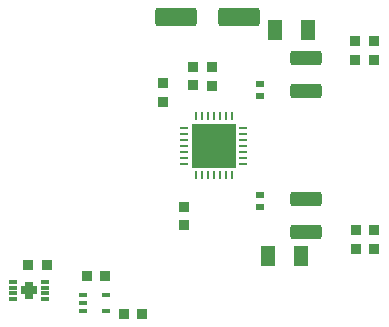
<source format=gtp>
G04 #@! TF.GenerationSoftware,KiCad,Pcbnew,(5.99.0-8491-gb8dfcb34c4)*
G04 #@! TF.CreationDate,2021-01-21T08:47:48+01:00*
G04 #@! TF.ProjectId,TMC2209_Driver,544d4332-3230-4395-9f44-72697665722e,rev?*
G04 #@! TF.SameCoordinates,PX67f3540PY6cb8080*
G04 #@! TF.FileFunction,Paste,Top*
G04 #@! TF.FilePolarity,Positive*
%FSLAX46Y46*%
G04 Gerber Fmt 4.6, Leading zero omitted, Abs format (unit mm)*
G04 Created by KiCad (PCBNEW (5.99.0-8491-gb8dfcb34c4)) date 2021-01-21 08:47:48*
%MOMM*%
%LPD*%
G01*
G04 APERTURE LIST*
G04 Aperture macros list*
%AMRoundRect*
0 Rectangle with rounded corners*
0 $1 Rounding radius*
0 $2 $3 $4 $5 $6 $7 $8 $9 X,Y pos of 4 corners*
0 Add a 4 corners polygon primitive as box body*
4,1,4,$2,$3,$4,$5,$6,$7,$8,$9,$2,$3,0*
0 Add four circle primitives for the rounded corners*
1,1,$1+$1,$2,$3*
1,1,$1+$1,$4,$5*
1,1,$1+$1,$6,$7*
1,1,$1+$1,$8,$9*
0 Add four rect primitives between the rounded corners*
20,1,$1+$1,$2,$3,$4,$5,0*
20,1,$1+$1,$4,$5,$6,$7,0*
20,1,$1+$1,$6,$7,$8,$9,0*
20,1,$1+$1,$8,$9,$2,$3,0*%
G04 Aperture macros list end*
%ADD10R,0.950000X0.875000*%
%ADD11R,0.640000X0.590000*%
%ADD12R,1.250000X1.750000*%
%ADD13R,0.875000X0.950000*%
%ADD14R,0.250000X0.800000*%
%ADD15R,0.800000X0.250000*%
%ADD16R,3.700000X3.700000*%
%ADD17RoundRect,0.250000X1.075000X-0.375000X1.075000X0.375000X-1.075000X0.375000X-1.075000X-0.375000X0*%
%ADD18RoundRect,0.250000X-1.075000X0.375000X-1.075000X-0.375000X1.075000X-0.375000X1.075000X0.375000X0*%
%ADD19R,0.650000X0.400000*%
%ADD20RoundRect,0.250000X1.500000X0.550000X-1.500000X0.550000X-1.500000X-0.550000X1.500000X-0.550000X0*%
%ADD21R,0.700000X0.500000*%
%ADD22R,0.700000X0.650000*%
%ADD23R,1.400000X0.700000*%
%ADD24R,0.680000X0.300000*%
G04 APERTURE END LIST*
D10*
X17514598Y19927500D03*
X17514598Y18352500D03*
X15736598Y30396602D03*
X15736598Y28821602D03*
X19930000Y31757500D03*
X19930000Y30182500D03*
X18276598Y31762000D03*
X18276598Y30187000D03*
D11*
X23991598Y20901602D03*
X23991598Y19931602D03*
X23991598Y29329602D03*
X23991598Y30299602D03*
D12*
X25200000Y34900000D03*
X28000000Y34900000D03*
X24600000Y15720000D03*
X27400000Y15720000D03*
D13*
X12412000Y10876000D03*
X13987000Y10876000D03*
D14*
X21554598Y27575102D03*
X21054599Y27575102D03*
X20554597Y27575102D03*
X20054598Y27575102D03*
X19554599Y27575102D03*
X19054597Y27575102D03*
X18554598Y27575102D03*
D15*
X17554598Y26575102D03*
X17554598Y26075103D03*
X17554598Y25575101D03*
X17554598Y25075102D03*
X17554598Y24575103D03*
X17554598Y24075101D03*
X17554598Y23575102D03*
D14*
X18554598Y22575102D03*
X19054597Y22575102D03*
X19554599Y22575102D03*
X20054598Y22575102D03*
X20554597Y22575102D03*
X21054599Y22575102D03*
X21554598Y22575102D03*
D15*
X22554598Y23575102D03*
X22554598Y24075101D03*
X22554598Y24575103D03*
X22554598Y25075102D03*
X22554598Y25575101D03*
X22554598Y26075103D03*
X22554598Y26575102D03*
D16*
X20054598Y25075102D03*
D10*
X33643598Y16350102D03*
X33643598Y17925102D03*
X32119598Y16350102D03*
X32119598Y17925102D03*
X33643598Y33927102D03*
X33643598Y32352102D03*
D17*
X27852398Y17766602D03*
X27852398Y20566602D03*
D18*
X27826998Y32507602D03*
X27826998Y29707602D03*
D10*
X31992598Y33952602D03*
X31992598Y32377602D03*
D19*
X8985500Y12415000D03*
X8985500Y11765000D03*
X8985500Y11115000D03*
X10885500Y11115000D03*
X10885500Y12415000D03*
D13*
X10850000Y14051000D03*
X9275000Y14051000D03*
X5909700Y14965400D03*
X4334700Y14965400D03*
D20*
X22220000Y36020000D03*
X16820000Y36020000D03*
D21*
X4436400Y13331800D03*
D22*
X4436400Y12431800D03*
D23*
X4436400Y12831800D03*
D24*
X3076400Y13581800D03*
X3076400Y13081800D03*
X3076400Y12581800D03*
X3076400Y12081800D03*
X5796400Y12081800D03*
X5796400Y12581800D03*
X5796400Y13081800D03*
X5796400Y13581800D03*
M02*

</source>
